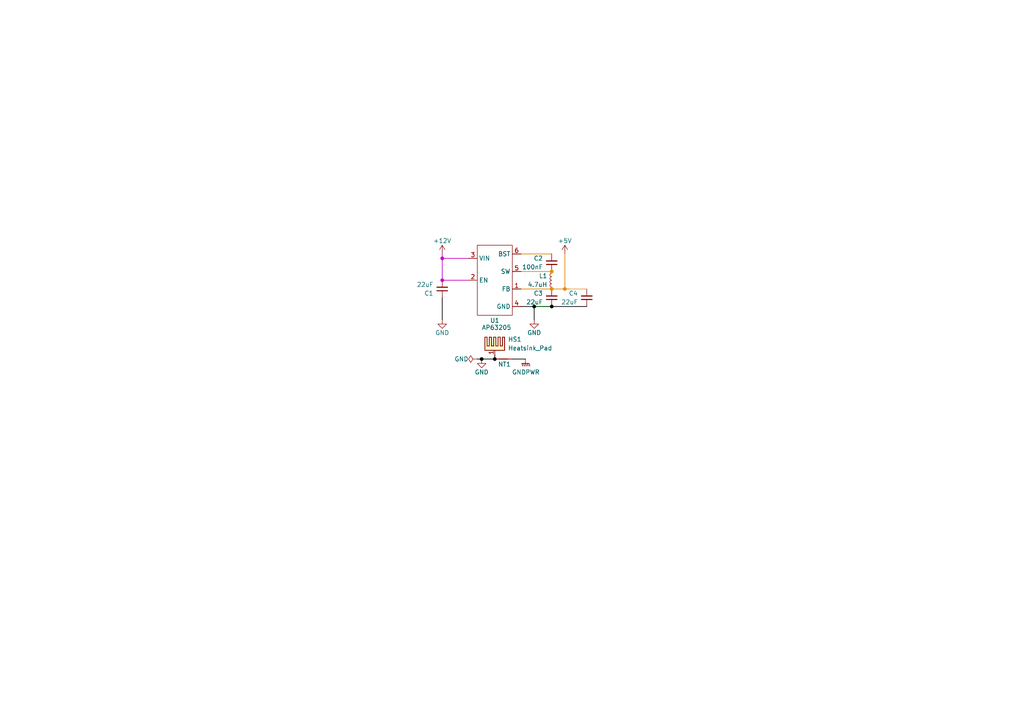
<source format=kicad_sch>
(kicad_sch (version 20250114) (generator "eeschema") (generator_version "9.0")
  (paper "A4")
  (lib_symbols
    (symbol "Device:C_Small" (pin_numbers (hide yes)) (pin_names (offset 0.254) (hide yes))
      (property "Reference" "C" (at 0.254 1.778 0))
      (property "Value" "C_Small" (at 0.254 -2.032 0))
      (symbol "C_Small_0_1"
        (polyline (pts (xy -1.524 0.508) (xy 1.524 0.508)) (stroke (width 0.3048)))
        (polyline (pts (xy -1.524 -0.508) (xy 1.524 -0.508)) (stroke (width 0.3302)))
      )
      (symbol "C_Small_1_1"
        (pin passive line (at 0 2.54 270) (length 2.032) (name "~") (number "1"))
        (pin passive line (at 0 -2.54 90) (length 2.032) (name "~") (number "2"))
      )
    )
    (symbol "Device:L_Small" (pin_numbers (hide yes)) (pin_names (offset 0.254) (hide yes))
      (property "Reference" "L" (at 0.762 1.016 0))
      (property "Value" "L_Small" (at 0.762 -1.016 0))
      (symbol "L_Small_0_1"
        (arc (start 0 2.032) (mid 0.5058 1.524) (end 0 1.016))
        (arc (start 0 1.016) (mid 0.5058 0.508) (end 0 0))
        (arc (start 0 0) (mid 0.5058 -0.508) (end 0 -1.016))
        (arc (start 0 -1.016) (mid 0.5058 -1.524) (end 0 -2.032))
      )
      (symbol "L_Small_1_1"
        (pin passive line (at 0 2.54 270) (length 0.508) (name "~") (number "1"))
        (pin passive line (at 0 -2.54 90) (length 0.508) (name "~") (number "2"))
      )
    )
    (symbol "Device:NetTie_2" (pin_numbers (hide yes)) (pin_names (offset 0) (hide yes)) (in_bom no)
      (property "Reference" "NT" (at 0 1.27 0))
      (property "Value" "NetTie_2" (at 0 -1.27 0))
      (symbol "NetTie_2_0_1"
        (polyline (pts (xy -1.27 0) (xy 1.27 0)) (stroke (width 0.254)))
      )
      (symbol "NetTie_2_1_1"
        (pin passive line (at -2.54 0 0) (length 2.54) (name "1") (number "1"))
        (pin passive line (at 2.54 0 180) (length 2.54) (name "2") (number "2"))
      )
    )
    (symbol "Mechanical:Heatsink_Pad" (pin_names (offset 0))
      (property "Reference" "HS" (at 0 5.715 0))
      (property "Value" "Heatsink_Pad" (at 0 3.81 0))
      (symbol "Heatsink_Pad_0_1"
        (polyline (pts (xy -0.3302 0) (xy -0.9652 0) (xy -0.9652 2.54) (xy -1.6002 2.54) (xy -1.6002 0) (xy -2.2352 0) (xy -2.2352 2.54) (xy -2.8702 2.54) (xy -2.8702 -1.27) (xy -0.9652 -1.27)) (stroke (width 0.254)) (fill (type background)))
        (polyline (pts (xy -0.3302 0) (xy -0.3302 2.54) (xy 0.3048 2.54) (xy 0.3048 0) (xy 0.9398 0) (xy 0.9398 2.54) (xy 1.5748 2.54) (xy 1.5748 0) (xy 2.2098 0) (xy 2.2098 2.54) (xy 2.8448 2.54) (xy 2.8448 -1.27) (xy -0.9652 -1.27)) (stroke (width 0.254)) (fill (type background)))
      )
      (symbol "Heatsink_Pad_1_1"
        (pin passive line (at 0 -2.54 90) (length 1.27) (name "~") (number "1"))
      )
    )
    (symbol "SparkFun-DiscreteSemi:AP63205"
      (property "Reference" "U" (at 0 7.62 0))
      (symbol "AP63205_0_1"
        (rectangle (start -5.08 6.35) (end 5.08 -13.97))
      )
      (symbol "AP63205_1_1"
        (pin input line (at -7.62 2.54 0) (length 2.54) (name "VIN") (number "3"))
        (pin input line (at -7.62 -3.81 0) (length 2.54) (name "EN") (number "2"))
        (pin input line (at 7.62 3.81 180) (length 2.54) (name "BST") (number "6"))
        (pin input line (at 7.62 -1.27 180) (length 2.54) (name "SW") (number "5"))
        (pin input line (at 7.62 -6.35 180) (length 2.54) (name "FB") (number "1"))
        (pin input line (at 7.62 -11.43 180) (length 2.54) (name "GND") (number "4"))
      )
    )
    (symbol "power:+12V" (power) (pin_names (offset 0))
      (property "Value" "+12V" (at 0 3.556 0))
      (symbol "+12V_0_1"
        (polyline (pts (xy -0.762 1.27) (xy 0 2.54)))
        (polyline (pts (xy 0 2.54) (xy 0.762 1.27)))
        (polyline (pts (xy 0 0) (xy 0 2.54)))
      )
      (symbol "+12V_1_1"
        (pin power_in line (at 0 0 90) (length 0) (hide yes) (name "+12V") (number "1"))
      )
    )
    (symbol "power:+5V" (power) (pin_numbers (hide yes)) (pin_names (offset 0) (hide yes))
      (property "Value" "+5V" (at 0 3.556 0))
      (symbol "+5V_0_1"
        (polyline (pts (xy -0.762 1.27) (xy 0 2.54)))
        (polyline (pts (xy 0 2.54) (xy 0.762 1.27)))
        (polyline (pts (xy 0 0) (xy 0 2.54)))
      )
      (symbol "+5V_1_1"
        (pin power_in line (at 0 0 90) (length 0) (name "~") (number "1"))
      )
    )
    (symbol "power:GND" (power) (pin_numbers (hide yes)) (pin_names (offset 0) (hide yes))
      (property "Value" "GND" (at 0 -3.81 0))
      (symbol "GND_0_1"
        (polyline (pts (xy 0 0) (xy 0 -1.27) (xy 1.27 -1.27) (xy 0 -2.54) (xy -1.27 -1.27) (xy 0 -1.27)))
      )
      (symbol "GND_1_1"
        (pin power_in line (at 0 0 270) (length 0) (name "~") (number "1"))
      )
    )
    (symbol "power:GNDPWR" (power) (pin_numbers (hide yes)) (pin_names (offset 0) (hide yes))
      (property "Value" "GNDPWR" (at 0 -3.302 0))
      (symbol "GNDPWR_0_1"
        (polyline (pts (xy -1.016 -1.27) (xy -1.27 -2.032) (xy -1.27 -2.032)) (stroke (width 0.2032)))
        (polyline (pts (xy -0.508 -1.27) (xy -0.762 -2.032) (xy -0.762 -2.032)) (stroke (width 0.2032)))
        (polyline (pts (xy 0 -1.27) (xy 0 0)))
        (polyline (pts (xy 0 -1.27) (xy -0.254 -2.032) (xy -0.254 -2.032)) (stroke (width 0.2032)))
        (polyline (pts (xy 0.508 -1.27) (xy 0.254 -2.032) (xy 0.254 -2.032)) (stroke (width 0.2032)))
        (polyline (pts (xy 1.016 -1.27) (xy -1.016 -1.27) (xy -1.016 -1.27)) (stroke (width 0.2032)))
        (polyline (pts (xy 1.016 -1.27) (xy 0.762 -2.032) (xy 0.762 -2.032) (xy 0.762 -2.032)) (stroke (width 0.2032)))
      )
      (symbol "GNDPWR_1_1"
        (pin power_in line (at 0 0 270) (length 0) (name "~") (number "1"))
      )
    )
    (symbol "power:PWR_FLAG" (power) (pin_numbers (hide yes)) (pin_names (offset 0) (hide yes))
      (property "Value" "PWR_FLAG" (at 0 3.81 0))
      (symbol "PWR_FLAG_0_0"
        (pin power_out line (at 0 0 90) (length 0) (name "~") (number "1"))
      )
      (symbol "PWR_FLAG_0_1"
        (polyline (pts (xy 0 0) (xy 0 1.27) (xy -1.016 1.905) (xy 0 2.54) (xy 1.016 1.905) (xy 0 1.27)))
      )
    )
  )
  (junction (at 139.7 104.14) (color 0 0 0 1))
  (junction (at 163.83 83.82) (color 221 133 0 1))
  (junction (at 128.27 81.28) (color 194 0 194 1))
  (junction (at 143.51 104.14) (color 0 0 0 1))
  (junction (at 160.02 83.82) (color 221 133 0 1))
  (junction (at 128.27 74.93) (color 194 0 194 1))
  (junction (at 160.02 78.74) (color 221 133 0 1))
  (junction (at 160.02 88.9) (color 0 0 0 1))
  (junction (at 154.94 88.9) (color 0 0 0 1))
  (wire (pts (xy 170.18 83.82) (xy 165.1 83.82)) (stroke (width 0) (color 221 133 0 1)))
  (wire (pts (xy 128.27 74.93) (xy 135.89 74.93)) (stroke (width 0.2032) (color 194 0 194 1)))
  (wire (pts (xy 128.27 86.36) (xy 128.27 92.71)) (stroke (width 0.2032) (color 0 0 0 1)))
  (wire (pts (xy 143.51 104.14) (xy 139.7 104.14)) (stroke (width 0.2032) (color 0 0 0 1)))
  (wire (pts (xy 128.27 81.28) (xy 128.27 74.93)) (stroke (width 0.2032) (color 194 0 194 1)))
  (wire (pts (xy 163.83 73.66) (xy 163.83 83.82)) (stroke (width 0.2032) (color 221 133 0 1)))
  (wire (pts (xy 154.94 92.71) (xy 154.94 88.9)) (stroke (width 0.2032) (color 0 0 0 1)))
  (wire (pts (xy 128.27 81.28) (xy 135.89 81.28)) (stroke (width 0.2032) (color 194 0 194 1)))
  (wire (pts (xy 154.94 88.9) (xy 160.02 88.9)) (stroke (width 0.2032) (color 0 0 0 1)))
  (wire (pts (xy 151.13 78.74) (xy 160.02 78.74)) (stroke (width 0.2032) (color 221 133 0 1)))
  (wire (pts (xy 143.51 102.87) (xy 143.51 104.14)) (stroke (width 0.2032) (color 0 0 0 1)))
  (wire (pts (xy 160.02 88.9) (xy 170.18 88.9)) (stroke (width 0.2032) (color 0 0 0 1)))
  (wire (pts (xy 163.83 83.82) (xy 165.1 83.82)) (stroke (width 0.2032) (color 221 133 0 1)))
  (wire (pts (xy 160.02 88.9) (xy 154.94 88.9)))
  (wire (pts (xy 128.27 73.66) (xy 128.27 74.93)) (stroke (width 0.2032) (color 194 0 194 1)))
  (wire (pts (xy 139.7 104.14) (xy 138.43 104.14)) (stroke (width 0.2032) (color 0 0 0 1)))
  (wire (pts (xy 160.02 83.82) (xy 163.83 83.82)) (stroke (width 0.2032) (color 221 133 0 1)))
  (wire (pts (xy 151.13 88.9) (xy 154.94 88.9)) (stroke (width 0.2032) (color 0 0 0 1)))
  (wire (pts (xy 151.13 73.66) (xy 160.02 73.66)) (stroke (width 0.2032) (color 221 133 0 1)))
  (wire (pts (xy 151.13 83.82) (xy 160.02 83.82)) (stroke (width 0.2032) (color 221 133 0 1)))
  (wire (pts (xy 152.4 104.14) (xy 148.59 104.14)) (stroke (width 0.2032) (color 0 0 0 1)))
  (symbol (lib_id "Device:C_Small") (at 160.02 76.2 0) (mirror x) (unit 1)
    (property "Reference" "C2" (at 157.48 74.9236 0) (effects (justify right)))
    (property "Value" "100nF" (at 157.48 77.4636 0) (effects (justify right)))
    (property "Footprint" "Capacitor_SMD:C_1206_3216Metric" (effects (hide yes)))
  )
  (symbol (lib_id "power:+12V") (at 128.27 73.66 0) (unit 1)
    (property "Reference" "#PWR01" (effects (hide yes)))
    (property "Value" "+12V" (at 128.27 69.85 0))
  )
  (symbol (lib_id "Device:C_Small") (at 160.02 86.36 0) (mirror x) (unit 1)
    (property "Reference" "C3" (at 157.48 85.0836 0) (effects (justify right)))
    (property "Value" "22uF" (at 157.48 87.6236 0) (effects (justify right)))
    (property "Footprint" "Capacitor_SMD:C_1206_3216Metric" (effects (hide yes)))
  )
  (symbol (lib_id "SparkFun-DiscreteSemi:AP63205") (at 143.51 77.47 0) (unit 1)
    (property "Reference" "U1" (at 143.51 92.964 0))
    (property "Value" "AP63205" (at 144.018 94.996 0))
    (property "Footprint" "Package_TO_SOT_SMD:TSOT-23-6" (effects (hide yes)))
  )
  (symbol (lib_id "power:GND") (at 128.27 92.71 0) (unit 1)
    (property "Reference" "#PWR04" (effects (hide yes)))
    (property "Value" "GND" (at 128.27 96.52 0))
    (property "Description" "Power symbol creates a global label with name \"GND\" , ground" (effects (hide yes)))
  )
  (symbol (lib_id "power:+5V") (at 163.83 73.66 0) (unit 1)
    (property "Reference" "#PWR02" (effects (hide yes)))
    (property "Value" "+5V" (at 163.83 69.85 0))
    (property "Description" "Power symbol creates a global label with name \"+5V\"" (effects (hide yes)))
  )
  (symbol (lib_id "power:GNDPWR") (at 152.4 104.14 0) (mirror y) (unit 1)
    (property "Reference" "#PWR05" (effects (hide yes)))
    (property "Value" "GNDPWR" (at 152.527 107.95 0))
    (property "Description" "Power symbol creates a global label with name \"GNDPWR\" , global ground" (effects (hide yes)))
  )
  (symbol (lib_id "Mechanical:Heatsink_Pad") (at 143.51 100.33 0) (unit 1)
    (property "Reference" "HS1" (at 147.32 98.4249 0) (effects (justify left)))
    (property "Value" "Heatsink_Pad" (at 147.32 100.9649 0) (effects (justify left)))
    (property "Footprint" "kml-custom:Thermal Pad" (effects (hide yes)))
    (property "Description" "Heatsink with electrical connection, 1 pin" (effects (hide yes)))
  )
  (symbol (lib_id "Device:L_Small") (at 160.02 81.28 0) (mirror y) (unit 1)
    (property "Reference" "L1" (at 158.75 80.01 0) (effects (justify left)))
    (property "Value" "4.7uH" (at 158.75 82.55 0) (effects (justify left)))
    (property "Footprint" "Inductor_SMD:L_1210_3225Metric" (effects (hide yes)))
  )
  (symbol (lib_id "power:GND") (at 154.94 92.71 0) (unit 1)
    (property "Reference" "#PWR03" (effects (hide yes)))
    (property "Value" "GND" (at 154.94 96.52 0))
    (property "Description" "Power symbol creates a global label with name \"GND\" , ground" (effects (hide yes)))
  )
  (symbol (lib_id "Device:C_Small") (at 170.18 86.36 0) (mirror x) (unit 1)
    (property "Reference" "C4" (at 167.64 85.0836 0) (effects (justify right)))
    (property "Value" "22uF" (at 167.64 87.6236 0) (effects (justify right)))
    (property "Footprint" "Capacitor_SMD:C_1206_3216Metric" (effects (hide yes)))
  )
  (symbol (lib_id "power:PWR_FLAG") (at 138.43 104.14 90) (mirror x) (unit 1)
    (property "Reference" "#FLG03" (effects (hide yes)))
    (property "Value" "GND" (at 135.89 104.14 90) (effects (justify left)))
    (property "Description" "Special symbol for telling ERC where power comes from" (effects (hide yes)))
  )
  (symbol (lib_id "Device:C_Small") (at 128.27 83.82 180) (unit 1)
    (property "Reference" "C1" (at 125.73 85.0837 0) (effects (justify left)))
    (property "Value" "22uF" (at 125.73 82.5437 0) (effects (justify left)))
    (property "Footprint" "Capacitor_SMD:C_1206_3216Metric" (effects (hide yes)))
  )
  (symbol (lib_id "power:GND") (at 139.7 104.14 0) (mirror y) (unit 1)
    (property "Reference" "#PWR07" (effects (hide yes)))
    (property "Value" "GND" (at 139.7 107.95 0))
    (property "Description" "Power symbol creates a global label with name \"GND\" , ground" (effects (hide yes)))
  )
  (symbol (lib_id "Device:NetTie_2") (at 146.05 104.14 0) (unit 1) (in_bom no)
    (property "Reference" "NT1" (at 146.304 105.664 0))
    (property "Value" "NetTie_2" (effects (hide yes)))
    (property "Footprint" "NetTie:NetTie-2_SMD_Pad2.0mm" (effects (hide yes)))
    (property "Description" "Net tie, 2 pins" (effects (hide yes)))
  )
)
</source>
